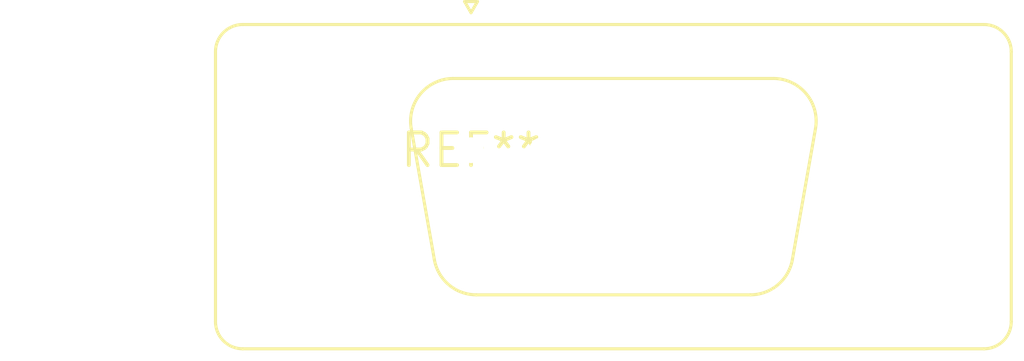
<source format=kicad_pcb>
(kicad_pcb (version 20240108) (generator pcbnew)
  (layers (0 "F.Cu" signal) (31 "B.Cu" signal) (34 "B.Paste" user) (35 "F.Paste" user) (36 "B.SilkS" user "B.Silkscreen") (37 "F.SilkS" user "F.Silkscreen") (38 "B.Mask" user) (39 "F.Mask" user) (44 "Edge.Cuts" user))
  (net 0 "")
  (footprint "DSUB-9_Male_Vertical_P2.77x2.84mm" (layer "F.Cu") (at 0 0)
    (property "Reference" "REF**")
    (property "Value" "DSUB-9_Male_Vertical_P2.77x2.84mm")
    (fp_line (start -9.945 6.67) (end -9.945 -3.83) (layer "F.SilkS") (stroke (width 0.12)))
    (fp_line (start -8.885 -4.89) (end 19.965 -4.89) (layer "F.SilkS") (stroke (width 0.12)))
    (fp_line (start -2.32647 -0.841744) (end -1.427202 4.258256) (layer "F.SilkS") (stroke (width 0.12)))
    (fp_line (start -0.691689 -2.79) (end 11.771689 -2.79) (layer "F.SilkS") (stroke (width 0.12)))
    (fp_line (start -0.25 -5.784338) (end 0.25 -5.784338) (layer "F.SilkS") (stroke (width 0.12)))
    (fp_line (start 0 -5.351325) (end -0.25 -5.784338) (layer "F.SilkS") (stroke (width 0.12)))
    (fp_line (start 0.207579 5.63) (end 10.872421 5.63) (layer "F.SilkS") (stroke (width 0.12)))
    (fp_line (start 0.25 -5.784338) (end 0 -5.351325) (layer "F.SilkS") (stroke (width 0.12)))
    (fp_line (start 13.40647 -0.841744) (end 12.507202 4.258256) (layer "F.SilkS") (stroke (width 0.12)))
    (fp_line (start 19.965 7.73) (end -8.885 7.73) (layer "F.SilkS") (stroke (width 0.12)))
    (fp_line (start 21.025 -3.83) (end 21.025 6.67) (layer "F.SilkS") (stroke (width 0.12)))
    (fp_arc (start -9.945 -3.83) (mid -9.634533 -4.579533) (end -8.885 -4.89) (layer "F.SilkS") (stroke (width 0.12)))
    (fp_arc (start -8.885 7.73) (mid -9.634533 7.419533) (end -9.945 6.67) (layer "F.SilkS") (stroke (width 0.12)))
    (fp_arc (start -2.32647 -0.841744) (mid -1.963323 -2.197028) (end -0.691689 -2.79) (layer "F.SilkS") (stroke (width 0.12)))
    (fp_arc (start 0.207579 5.63) (mid -0.859448 5.241634) (end -1.427202 4.258256) (layer "F.SilkS") (stroke (width 0.12)))
    (fp_arc (start 11.771689 -2.79) (mid 13.043323 -2.197027) (end 13.40647 -0.841744) (layer "F.SilkS") (stroke (width 0.12)))
    (fp_arc (start 12.507202 4.258256) (mid 11.939449 5.241634) (end 10.872421 5.63) (layer "F.SilkS") (stroke (width 0.12)))
    (fp_arc (start 19.965 -4.89) (mid 20.714533 -4.579533) (end 21.025 -3.83) (layer "F.SilkS") (stroke (width 0.12)))
    (fp_arc (start 21.025 6.67) (mid 20.714533 7.419533) (end 19.965 7.73) (layer "F.SilkS") (stroke (width 0.12)))
    (pad "1" thru_hole rect (at 0 0) (size 1.6 1.6) (drill 1) (layers *.Cu *.Mask) (remove_unused_layers))
    (pad "2" thru_hole circle (at 2.77 0) (size 1.6 1.6) (drill 1) (layers *.Cu *.Mask) (remove_unused_layers))
    (pad "3" thru_hole circle (at 5.54 0) (size 1.6 1.6) (drill 1) (layers *.Cu *.Mask) (remove_unused_layers))
    (pad "4" thru_hole circle (at 8.31 0) (size 1.6 1.6) (drill 1) (layers *.Cu *.Mask) (remove_unused_layers))
    (pad "5" thru_hole circle (at 11.08 0) (size 1.6 1.6) (drill 1) (layers *.Cu *.Mask) (remove_unused_layers))
    (pad "6" thru_hole circle (at 1.385 2.84) (size 1.6 1.6) (drill 1) (layers *.Cu *.Mask) (remove_unused_layers))
    (pad "7" thru_hole circle (at 4.155 2.84) (size 1.6 1.6) (drill 1) (layers *.Cu *.Mask) (remove_unused_layers))
    (pad "8" thru_hole circle (at 6.925 2.84) (size 1.6 1.6) (drill 1) (layers *.Cu *.Mask) (remove_unused_layers))
    (pad "9" thru_hole circle (at 9.695 2.84) (size 1.6 1.6) (drill 1) (layers *.Cu *.Mask) (remove_unused_layers))
  )
)
</source>
